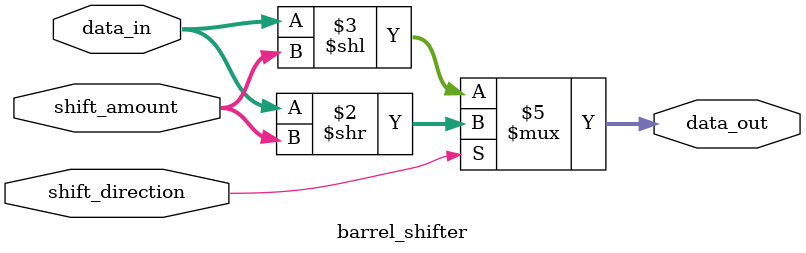
<source format=sv>
module barrel_shifter (
    input  logic [7:0] data_in,      // 8-bit input data
    input  logic [2:0] shift_amount,  // 3-bit shift amount (0-7)
    input  logic shift_direction,     // 0 for left, 1 for right
    output logic [7:0] data_out       // 8-bit output data
);

    always_comb begin
        if (shift_direction) begin
            // Right shift
            data_out = data_in >> shift_amount;
        end else begin
            // Left shift
            data_out = data_in << shift_amount;
        end
    end

endmodule

</source>
